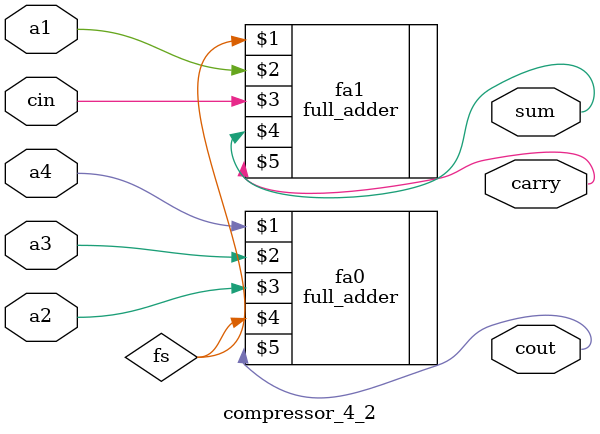
<source format=v>
module compressor_4_2(
  input a1,
  input a2,
  input a3,
  input a4,
  input cin,
  output sum,
  output carry,
  output cout
);

  wire fs;

  full_adder fa0(a4, a3, a2, fs, cout);
  full_adder fa1(fs, a1, cin, sum, carry);

endmodule

</source>
